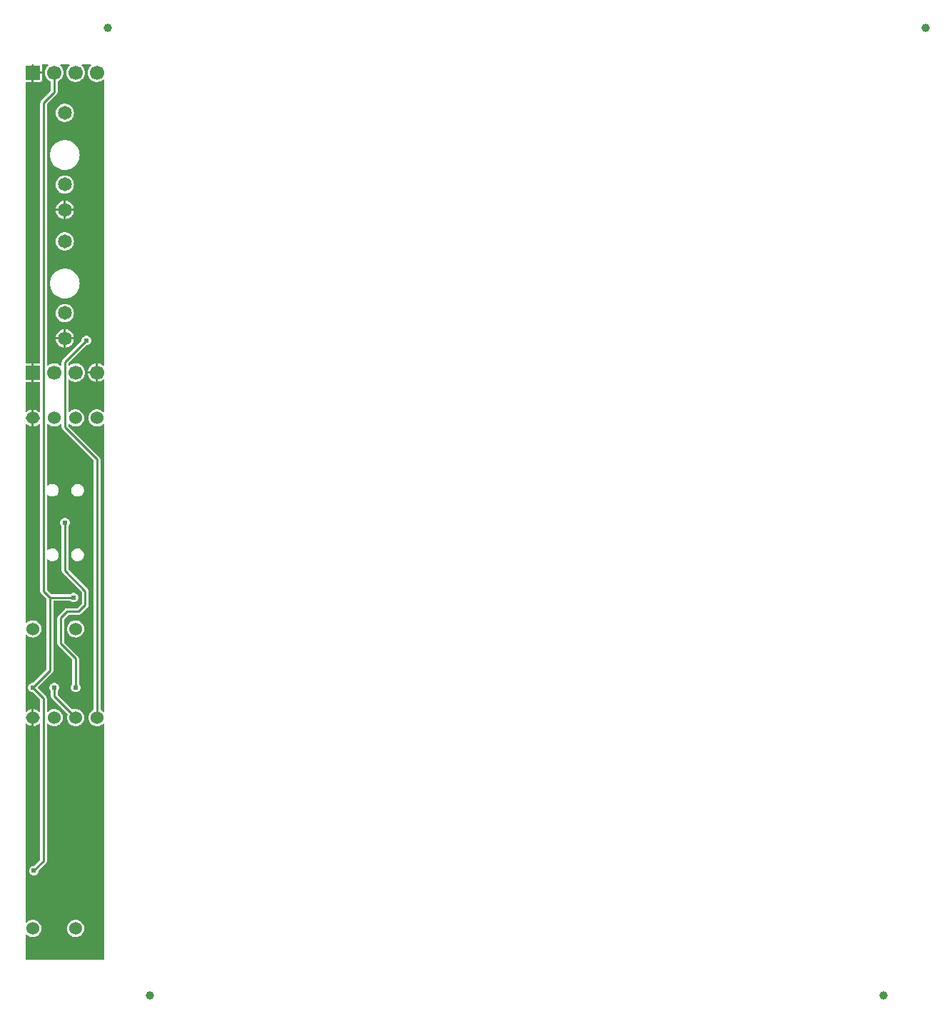
<source format=gtl>
G04 Layer: TopLayer*
G04 EasyEDA v6.5.22, 2023-04-24 22:23:56*
G04 8fb2b6a2d3ec4a02888dd8b65789e586,5a6b42c53f6a479593ecc07194224c93,10*
G04 Gerber Generator version 0.2*
G04 Scale: 100 percent, Rotated: No, Reflected: No *
G04 Dimensions in millimeters *
G04 leading zeros omitted , absolute positions ,4 integer and 5 decimal *
%FSLAX45Y45*%
%MOMM*%

%AMMACRO1*21,1,$1,$2,0,0,$3*%
%ADD10C,0.2540*%
%ADD11C,1.0000*%
%ADD12MACRO1,1.7X1.7X0.0000*%
%ADD13C,1.7000*%
%ADD14C,1.6500*%
%ADD15C,1.5240*%
%ADD16C,0.6096*%
%ADD17C,0.0179*%

%LPD*%
G36*
X955090Y4234027D02*
G01*
X951280Y4234586D01*
X947978Y4236466D01*
X936853Y4245864D01*
X925372Y4253230D01*
X920800Y4255363D01*
X917702Y4257598D01*
X915619Y4260799D01*
X914908Y4264558D01*
X914908Y7225792D01*
X914095Y7233818D01*
X911910Y7241031D01*
X908354Y7247737D01*
X903224Y7253935D01*
X536905Y7620304D01*
X534670Y7623606D01*
X533908Y7627518D01*
X533908Y7636002D01*
X534670Y7639862D01*
X536854Y7643164D01*
X540105Y7645349D01*
X543966Y7646162D01*
X547827Y7645450D01*
X551129Y7643317D01*
X556412Y7638237D01*
X567385Y7630159D01*
X579323Y7623606D01*
X592074Y7618679D01*
X605332Y7615529D01*
X618896Y7614158D01*
X632510Y7614615D01*
X645972Y7616901D01*
X658977Y7620914D01*
X671372Y7626654D01*
X682853Y7634020D01*
X693267Y7642809D01*
X702411Y7652918D01*
X710133Y7664145D01*
X716280Y7676337D01*
X720750Y7689240D01*
X723493Y7702600D01*
X724408Y7716164D01*
X723493Y7729778D01*
X720750Y7743139D01*
X716280Y7756042D01*
X710133Y7768234D01*
X702411Y7779461D01*
X693267Y7789570D01*
X682853Y7798358D01*
X671372Y7805724D01*
X658977Y7811465D01*
X645972Y7815478D01*
X632510Y7817764D01*
X618896Y7818221D01*
X605332Y7816850D01*
X592074Y7813700D01*
X579323Y7808772D01*
X567385Y7802219D01*
X556412Y7794142D01*
X551129Y7789062D01*
X547827Y7786928D01*
X543966Y7786217D01*
X540105Y7787030D01*
X536854Y7789214D01*
X534670Y7792516D01*
X533908Y7796377D01*
X533908Y8162848D01*
X534670Y8166658D01*
X536752Y8169909D01*
X539953Y8172145D01*
X543763Y8173008D01*
X547573Y8172399D01*
X550875Y8170367D01*
X553161Y8168284D01*
X564794Y8160156D01*
X577392Y8153603D01*
X590753Y8148675D01*
X604621Y8145525D01*
X618744Y8144154D01*
X632968Y8144611D01*
X646988Y8146897D01*
X660603Y8150910D01*
X673608Y8156702D01*
X685749Y8164068D01*
X696874Y8172907D01*
X706729Y8183118D01*
X715213Y8194497D01*
X722223Y8206892D01*
X727557Y8220049D01*
X731164Y8233816D01*
X732942Y8247888D01*
X732942Y8262112D01*
X731164Y8276183D01*
X727557Y8289950D01*
X722223Y8303107D01*
X715213Y8315502D01*
X706729Y8326881D01*
X696874Y8337092D01*
X685749Y8345931D01*
X673608Y8353298D01*
X660603Y8359038D01*
X646988Y8363102D01*
X632968Y8365388D01*
X618744Y8365845D01*
X604621Y8364474D01*
X590753Y8361324D01*
X577392Y8356396D01*
X564794Y8349843D01*
X553161Y8341715D01*
X550875Y8339632D01*
X547573Y8337600D01*
X543763Y8336991D01*
X539953Y8337854D01*
X536752Y8340090D01*
X534670Y8343341D01*
X533908Y8347151D01*
X533908Y8361781D01*
X534670Y8365693D01*
X536905Y8368995D01*
X744778Y8576868D01*
X747674Y8578900D01*
X751078Y8579815D01*
X759104Y8580526D01*
X768553Y8583066D01*
X777494Y8587181D01*
X785520Y8592820D01*
X792480Y8599779D01*
X798118Y8607806D01*
X802233Y8616746D01*
X804773Y8626195D01*
X805637Y8636000D01*
X804773Y8645804D01*
X802233Y8655253D01*
X798118Y8664194D01*
X792480Y8672220D01*
X785520Y8679180D01*
X777494Y8684818D01*
X768553Y8688933D01*
X759104Y8691473D01*
X749300Y8692337D01*
X739495Y8691473D01*
X730046Y8688933D01*
X721106Y8684818D01*
X713079Y8679180D01*
X706120Y8672220D01*
X700481Y8664194D01*
X696366Y8655253D01*
X693826Y8645804D01*
X693115Y8637778D01*
X692200Y8634374D01*
X690168Y8631478D01*
X468376Y8409635D01*
X463245Y8403437D01*
X459689Y8396732D01*
X457504Y8389518D01*
X456692Y8381492D01*
X456692Y8347151D01*
X455980Y8343442D01*
X453999Y8340242D01*
X450951Y8338007D01*
X447293Y8336991D01*
X443534Y8337448D01*
X440182Y8339226D01*
X431749Y8345931D01*
X419608Y8353298D01*
X406603Y8359038D01*
X392988Y8363102D01*
X378968Y8365388D01*
X364744Y8365845D01*
X350621Y8364474D01*
X336753Y8361324D01*
X323392Y8356396D01*
X310794Y8349843D01*
X299161Y8341715D01*
X296875Y8339632D01*
X293573Y8337600D01*
X289763Y8336991D01*
X285953Y8337854D01*
X282752Y8340090D01*
X280670Y8343341D01*
X279908Y8347151D01*
X279908Y11435181D01*
X280670Y11439093D01*
X282905Y11442395D01*
X395224Y11554764D01*
X400354Y11560962D01*
X403910Y11567668D01*
X406095Y11574881D01*
X406908Y11582908D01*
X406908Y11700459D01*
X407670Y11704269D01*
X409752Y11707520D01*
X412953Y11709755D01*
X419608Y11712702D01*
X431749Y11720068D01*
X442874Y11728907D01*
X452729Y11739118D01*
X461213Y11750497D01*
X468223Y11762892D01*
X473557Y11776049D01*
X477164Y11789816D01*
X478942Y11803888D01*
X478942Y11818112D01*
X477164Y11832183D01*
X473557Y11845950D01*
X468223Y11859107D01*
X461213Y11871502D01*
X452729Y11882882D01*
X439064Y11897207D01*
X437946Y11901170D01*
X438454Y11905284D01*
X440588Y11908840D01*
X443992Y11911228D01*
X448056Y11912092D01*
X542696Y11912092D01*
X546658Y11911279D01*
X550011Y11908993D01*
X552196Y11905589D01*
X552856Y11901627D01*
X551942Y11897664D01*
X549554Y11894413D01*
X542645Y11888165D01*
X533450Y11877344D01*
X525678Y11865406D01*
X519531Y11852605D01*
X515061Y11839143D01*
X512318Y11825173D01*
X511403Y11811000D01*
X512318Y11796826D01*
X515061Y11782856D01*
X519531Y11769394D01*
X525678Y11756593D01*
X533450Y11744655D01*
X542645Y11733834D01*
X553161Y11724284D01*
X564794Y11716156D01*
X577392Y11709603D01*
X590753Y11704675D01*
X604621Y11701526D01*
X618744Y11700154D01*
X632968Y11700611D01*
X646988Y11702897D01*
X660603Y11706910D01*
X673608Y11712702D01*
X685749Y11720068D01*
X696874Y11728907D01*
X706729Y11739118D01*
X715213Y11750497D01*
X722223Y11762892D01*
X727557Y11776049D01*
X731164Y11789816D01*
X732942Y11803888D01*
X732942Y11818112D01*
X731164Y11832183D01*
X727557Y11845950D01*
X722223Y11859107D01*
X715213Y11871502D01*
X706729Y11882882D01*
X693064Y11897207D01*
X691946Y11901170D01*
X692454Y11905284D01*
X694588Y11908840D01*
X697992Y11911228D01*
X702056Y11912092D01*
X796696Y11912092D01*
X800658Y11911279D01*
X804011Y11908993D01*
X806196Y11905589D01*
X806856Y11901627D01*
X805942Y11897664D01*
X803554Y11894413D01*
X796645Y11888165D01*
X787450Y11877344D01*
X779678Y11865406D01*
X773531Y11852605D01*
X769061Y11839143D01*
X766318Y11825173D01*
X765403Y11811000D01*
X766318Y11796826D01*
X769061Y11782856D01*
X773531Y11769394D01*
X779678Y11756593D01*
X787450Y11744655D01*
X796645Y11733834D01*
X807161Y11724284D01*
X818794Y11716156D01*
X831392Y11709603D01*
X844753Y11704675D01*
X858621Y11701526D01*
X872744Y11700154D01*
X886968Y11700611D01*
X900988Y11702897D01*
X914603Y11706910D01*
X927608Y11712702D01*
X939749Y11720068D01*
X948182Y11726773D01*
X951534Y11728551D01*
X955294Y11729008D01*
X958951Y11727992D01*
X961999Y11725757D01*
X963980Y11722557D01*
X964692Y11718848D01*
X964692Y8347151D01*
X963980Y8343442D01*
X961999Y8340242D01*
X958951Y8338007D01*
X955294Y8336991D01*
X951534Y8337448D01*
X948182Y8339226D01*
X939749Y8345931D01*
X927608Y8353298D01*
X914603Y8359038D01*
X900988Y8363102D01*
X889000Y8365032D01*
X889000Y8267700D01*
X954532Y8267700D01*
X958443Y8266938D01*
X961694Y8264702D01*
X963930Y8261451D01*
X964692Y8257540D01*
X964692Y8252459D01*
X963930Y8248548D01*
X961694Y8245297D01*
X958443Y8243062D01*
X954532Y8242300D01*
X889000Y8242300D01*
X889000Y8144967D01*
X900988Y8146897D01*
X914603Y8150910D01*
X927608Y8156702D01*
X939749Y8164068D01*
X948182Y8170773D01*
X951534Y8172551D01*
X955294Y8173008D01*
X958951Y8171992D01*
X961999Y8169757D01*
X963980Y8166557D01*
X964692Y8162848D01*
X964692Y7796682D01*
X963980Y7792923D01*
X961898Y7789722D01*
X958799Y7787487D01*
X955090Y7786522D01*
X951280Y7787081D01*
X947978Y7788960D01*
X936853Y7798358D01*
X925372Y7805724D01*
X912977Y7811465D01*
X899972Y7815478D01*
X886510Y7817764D01*
X872896Y7818221D01*
X859332Y7816850D01*
X846074Y7813700D01*
X833323Y7808772D01*
X821385Y7802219D01*
X810412Y7794142D01*
X800608Y7784642D01*
X792124Y7773974D01*
X785164Y7762240D01*
X779881Y7749692D01*
X776274Y7736535D01*
X774446Y7723022D01*
X774446Y7709357D01*
X776274Y7695844D01*
X779881Y7682687D01*
X785164Y7670139D01*
X792124Y7658404D01*
X800608Y7647736D01*
X810412Y7638237D01*
X821385Y7630159D01*
X833323Y7623606D01*
X846074Y7618679D01*
X859332Y7615529D01*
X872896Y7614158D01*
X886510Y7614615D01*
X899972Y7616901D01*
X912977Y7620914D01*
X925372Y7626654D01*
X936853Y7634020D01*
X947978Y7643418D01*
X951280Y7645298D01*
X955090Y7645857D01*
X958799Y7644892D01*
X961898Y7642656D01*
X963980Y7639456D01*
X964692Y7635697D01*
X964692Y4244187D01*
X963980Y4240428D01*
X961898Y4237228D01*
X958799Y4234992D01*
G37*

%LPC*%
G36*
X493522Y9701530D02*
G01*
X507644Y9702444D01*
X521563Y9705238D01*
X534974Y9709759D01*
X547725Y9716058D01*
X559511Y9723932D01*
X570128Y9733280D01*
X579475Y9743948D01*
X587349Y9755733D01*
X593648Y9768433D01*
X598220Y9781844D01*
X600964Y9795764D01*
X601878Y9809937D01*
X600964Y9824059D01*
X598220Y9837978D01*
X593648Y9851390D01*
X587349Y9864090D01*
X579475Y9875875D01*
X570128Y9886543D01*
X559511Y9895890D01*
X547725Y9903764D01*
X534974Y9910064D01*
X521563Y9914585D01*
X507644Y9917379D01*
X493522Y9918293D01*
X479348Y9917379D01*
X465480Y9914585D01*
X452018Y9910064D01*
X439318Y9903764D01*
X427532Y9895890D01*
X416864Y9886543D01*
X407517Y9875875D01*
X399643Y9864090D01*
X393395Y9851390D01*
X388823Y9837978D01*
X386029Y9824059D01*
X385114Y9809937D01*
X386029Y9795764D01*
X388823Y9781844D01*
X393395Y9768433D01*
X399643Y9755733D01*
X407517Y9743948D01*
X416864Y9733280D01*
X427532Y9723932D01*
X439318Y9716058D01*
X452018Y9709759D01*
X465480Y9705238D01*
X479348Y9702444D01*
G37*
G36*
X480822Y8552332D02*
G01*
X480822Y8647226D01*
X385978Y8647226D01*
X386029Y8645753D01*
X388823Y8631834D01*
X393395Y8618423D01*
X399643Y8605723D01*
X407517Y8593937D01*
X416864Y8583269D01*
X427532Y8573922D01*
X439318Y8566048D01*
X452018Y8559749D01*
X465480Y8555228D01*
X479348Y8552434D01*
G37*
G36*
X506222Y8552332D02*
G01*
X507644Y8552434D01*
X521563Y8555228D01*
X534974Y8559749D01*
X547725Y8566048D01*
X559511Y8573922D01*
X570128Y8583269D01*
X579475Y8593937D01*
X587349Y8605723D01*
X593648Y8618423D01*
X598220Y8631834D01*
X600964Y8645753D01*
X601065Y8647226D01*
X506222Y8647226D01*
G37*
G36*
X863600Y8145068D02*
G01*
X863600Y8242300D01*
X766216Y8242300D01*
X766318Y8240826D01*
X769061Y8226856D01*
X773531Y8213394D01*
X779678Y8200593D01*
X787450Y8188655D01*
X796645Y8177834D01*
X807161Y8168284D01*
X818794Y8160156D01*
X831392Y8153603D01*
X844753Y8148675D01*
X858621Y8145525D01*
G37*
G36*
X506222Y8672626D02*
G01*
X601065Y8672626D01*
X600964Y8674049D01*
X598220Y8687968D01*
X593648Y8701379D01*
X587349Y8714079D01*
X579475Y8725865D01*
X570128Y8736533D01*
X559511Y8745880D01*
X547725Y8753754D01*
X534974Y8760053D01*
X521563Y8764574D01*
X507644Y8767368D01*
X506222Y8767470D01*
G37*
G36*
X493522Y8851544D02*
G01*
X507644Y8852458D01*
X521563Y8855252D01*
X534974Y8859774D01*
X547725Y8866073D01*
X559511Y8873947D01*
X570128Y8883294D01*
X579475Y8893962D01*
X587349Y8905748D01*
X593648Y8918448D01*
X598220Y8931859D01*
X600964Y8945778D01*
X601878Y8959951D01*
X600964Y8974074D01*
X598220Y8987993D01*
X593648Y9001404D01*
X587349Y9014104D01*
X579475Y9025890D01*
X570128Y9036558D01*
X559511Y9045905D01*
X547725Y9053779D01*
X534974Y9060078D01*
X521563Y9064599D01*
X507644Y9067393D01*
X493522Y9068308D01*
X479348Y9067393D01*
X465480Y9064599D01*
X452018Y9060078D01*
X439318Y9053779D01*
X427532Y9045905D01*
X416864Y9036558D01*
X407517Y9025890D01*
X399643Y9014104D01*
X393395Y9001404D01*
X388823Y8987993D01*
X386029Y8974074D01*
X385114Y8959951D01*
X386029Y8945778D01*
X388823Y8931859D01*
X393395Y8918448D01*
X399643Y8905748D01*
X407517Y8893962D01*
X416864Y8883294D01*
X427532Y8873947D01*
X439318Y8866073D01*
X452018Y8859774D01*
X465480Y8855252D01*
X479348Y8852458D01*
G37*
G36*
X498043Y9134094D02*
G01*
X516128Y9135465D01*
X533908Y9138716D01*
X551332Y9143796D01*
X568096Y9150604D01*
X584047Y9159138D01*
X599084Y9169247D01*
X613003Y9180830D01*
X625652Y9193784D01*
X636879Y9208008D01*
X646582Y9223298D01*
X654710Y9239453D01*
X661060Y9256420D01*
X665683Y9273946D01*
X668477Y9291828D01*
X669391Y9309912D01*
X668477Y9327997D01*
X665683Y9345879D01*
X661060Y9363405D01*
X654710Y9380372D01*
X646582Y9396526D01*
X636879Y9411817D01*
X625652Y9426041D01*
X613003Y9438995D01*
X599084Y9450578D01*
X584047Y9460687D01*
X568096Y9469221D01*
X551332Y9476028D01*
X533908Y9481108D01*
X516128Y9484360D01*
X498043Y9485731D01*
X479958Y9485274D01*
X461975Y9482937D01*
X444347Y9478822D01*
X427278Y9472828D01*
X410870Y9465157D01*
X395325Y9455861D01*
X380847Y9444990D01*
X367538Y9432696D01*
X355600Y9419082D01*
X345084Y9404299D01*
X336194Y9388551D01*
X328930Y9371939D01*
X323443Y9354718D01*
X319735Y9336989D01*
X317855Y9318955D01*
X317855Y9300870D01*
X319735Y9282836D01*
X323443Y9265107D01*
X328930Y9247886D01*
X336194Y9231274D01*
X345084Y9215526D01*
X355600Y9200743D01*
X367538Y9187129D01*
X380847Y9174835D01*
X395325Y9163964D01*
X410870Y9154668D01*
X427278Y9146997D01*
X444347Y9141002D01*
X461975Y9136888D01*
X479958Y9134551D01*
G37*
G36*
X766216Y8267700D02*
G01*
X863600Y8267700D01*
X863600Y8364931D01*
X858621Y8364474D01*
X844753Y8361324D01*
X831392Y8356396D01*
X818794Y8349843D01*
X807161Y8341715D01*
X796645Y8332165D01*
X787450Y8321344D01*
X779678Y8309406D01*
X773531Y8296605D01*
X769061Y8283143D01*
X766318Y8269173D01*
G37*
G36*
X480822Y10076332D02*
G01*
X480822Y10171226D01*
X385978Y10171226D01*
X386029Y10169753D01*
X388823Y10155834D01*
X393395Y10142423D01*
X399643Y10129723D01*
X407517Y10117937D01*
X416864Y10107269D01*
X427532Y10097922D01*
X439318Y10090048D01*
X452018Y10083749D01*
X465480Y10079228D01*
X479348Y10076434D01*
G37*
G36*
X506222Y10076332D02*
G01*
X507644Y10076434D01*
X521563Y10079228D01*
X534974Y10083749D01*
X547725Y10090048D01*
X559511Y10097922D01*
X570128Y10107269D01*
X579475Y10117937D01*
X587349Y10129723D01*
X593648Y10142423D01*
X598220Y10155834D01*
X600964Y10169753D01*
X601065Y10171226D01*
X506222Y10171226D01*
G37*
G36*
X385978Y10196626D02*
G01*
X480822Y10196626D01*
X480822Y10291470D01*
X479348Y10291368D01*
X465480Y10288574D01*
X452018Y10284053D01*
X439318Y10277754D01*
X427532Y10269880D01*
X416864Y10260533D01*
X407517Y10249865D01*
X399643Y10238079D01*
X393395Y10225379D01*
X388823Y10211968D01*
X386029Y10198049D01*
G37*
G36*
X506222Y10196626D02*
G01*
X601065Y10196626D01*
X600964Y10198049D01*
X598220Y10211968D01*
X593648Y10225379D01*
X587349Y10238079D01*
X579475Y10249865D01*
X570128Y10260533D01*
X559511Y10269880D01*
X547725Y10277754D01*
X534974Y10284053D01*
X521563Y10288574D01*
X507644Y10291368D01*
X506222Y10291470D01*
G37*
G36*
X493522Y10375544D02*
G01*
X507644Y10376458D01*
X521563Y10379252D01*
X534974Y10383774D01*
X547725Y10390073D01*
X559511Y10397947D01*
X570128Y10407294D01*
X579475Y10417962D01*
X587349Y10429748D01*
X593648Y10442448D01*
X598220Y10455859D01*
X600964Y10469778D01*
X601878Y10483951D01*
X600964Y10498074D01*
X598220Y10511993D01*
X593648Y10525404D01*
X587349Y10538104D01*
X579475Y10549890D01*
X570128Y10560558D01*
X559511Y10569905D01*
X547725Y10577779D01*
X534974Y10584078D01*
X521563Y10588599D01*
X507644Y10591393D01*
X493522Y10592308D01*
X479348Y10591393D01*
X465480Y10588599D01*
X452018Y10584078D01*
X439318Y10577779D01*
X427532Y10569905D01*
X416864Y10560558D01*
X407517Y10549890D01*
X399643Y10538104D01*
X393395Y10525404D01*
X388823Y10511993D01*
X386029Y10498074D01*
X385114Y10483951D01*
X386029Y10469778D01*
X388823Y10455859D01*
X393395Y10442448D01*
X399643Y10429748D01*
X407517Y10417962D01*
X416864Y10407294D01*
X427532Y10397947D01*
X439318Y10390073D01*
X452018Y10383774D01*
X465480Y10379252D01*
X479348Y10376458D01*
G37*
G36*
X498043Y10658094D02*
G01*
X516128Y10659465D01*
X533908Y10662716D01*
X551332Y10667796D01*
X568096Y10674604D01*
X584047Y10683138D01*
X599084Y10693247D01*
X613003Y10704830D01*
X625652Y10717784D01*
X636879Y10732008D01*
X646582Y10747298D01*
X654710Y10763453D01*
X661060Y10780420D01*
X665683Y10797946D01*
X668477Y10815828D01*
X669391Y10833912D01*
X668477Y10851997D01*
X665683Y10869879D01*
X661060Y10887405D01*
X654710Y10904372D01*
X646582Y10920526D01*
X636879Y10935817D01*
X625652Y10950041D01*
X613003Y10962995D01*
X599084Y10974578D01*
X584047Y10984687D01*
X568096Y10993221D01*
X551332Y11000028D01*
X533908Y11005108D01*
X516128Y11008360D01*
X498043Y11009731D01*
X479958Y11009274D01*
X461975Y11006937D01*
X444347Y11002822D01*
X427278Y10996828D01*
X410870Y10989157D01*
X395325Y10979861D01*
X380847Y10968990D01*
X367538Y10956696D01*
X355600Y10943082D01*
X345084Y10928299D01*
X336194Y10912551D01*
X328930Y10895939D01*
X323443Y10878718D01*
X319735Y10860989D01*
X317855Y10842955D01*
X317855Y10824870D01*
X319735Y10806836D01*
X323443Y10789107D01*
X328930Y10771886D01*
X336194Y10755274D01*
X345084Y10739526D01*
X355600Y10724743D01*
X367538Y10711129D01*
X380847Y10698835D01*
X395325Y10687964D01*
X410870Y10678668D01*
X427278Y10670997D01*
X444347Y10665002D01*
X461975Y10660888D01*
X479958Y10658551D01*
G37*
G36*
X493522Y11225530D02*
G01*
X507644Y11226444D01*
X521563Y11229238D01*
X534974Y11233759D01*
X547725Y11240058D01*
X559511Y11247932D01*
X570128Y11257280D01*
X579475Y11267948D01*
X587349Y11279733D01*
X593648Y11292433D01*
X598220Y11305844D01*
X600964Y11319764D01*
X601878Y11333937D01*
X600964Y11348059D01*
X598220Y11361978D01*
X593648Y11375390D01*
X587349Y11388090D01*
X579475Y11399875D01*
X570128Y11410543D01*
X559511Y11419890D01*
X547725Y11427764D01*
X534974Y11434064D01*
X521563Y11438585D01*
X507644Y11441379D01*
X493522Y11442293D01*
X479348Y11441379D01*
X465480Y11438585D01*
X452018Y11434064D01*
X439318Y11427764D01*
X427532Y11419890D01*
X416864Y11410543D01*
X407517Y11399875D01*
X399643Y11388090D01*
X393395Y11375390D01*
X388823Y11361978D01*
X386029Y11348059D01*
X385114Y11333937D01*
X386029Y11319764D01*
X388823Y11305844D01*
X393395Y11292433D01*
X399643Y11279733D01*
X407517Y11267948D01*
X416864Y11257280D01*
X427532Y11247932D01*
X439318Y11240058D01*
X452018Y11233759D01*
X465480Y11229238D01*
X479348Y11226444D01*
G37*
G36*
X385978Y8672626D02*
G01*
X480822Y8672626D01*
X480822Y8767470D01*
X479348Y8767368D01*
X465480Y8764574D01*
X452018Y8760053D01*
X439318Y8753754D01*
X427532Y8745880D01*
X416864Y8736533D01*
X407517Y8725865D01*
X399643Y8714079D01*
X393395Y8701379D01*
X388823Y8687968D01*
X386029Y8674049D01*
G37*

%LPD*%
G36*
X36068Y1295908D02*
G01*
X32156Y1296670D01*
X28905Y1298905D01*
X26670Y1302156D01*
X25908Y1306068D01*
X25908Y1583537D01*
X26670Y1587398D01*
X28854Y1590649D01*
X32105Y1592884D01*
X35966Y1593697D01*
X39827Y1592986D01*
X43129Y1590852D01*
X48412Y1585722D01*
X59385Y1577644D01*
X71323Y1571091D01*
X84074Y1566214D01*
X97332Y1563014D01*
X110896Y1561693D01*
X124510Y1562150D01*
X137972Y1564386D01*
X150977Y1568450D01*
X163372Y1574190D01*
X174853Y1581505D01*
X185267Y1590294D01*
X194411Y1600454D01*
X202133Y1611680D01*
X208279Y1623822D01*
X212750Y1636725D01*
X215493Y1650085D01*
X216408Y1663700D01*
X215493Y1677314D01*
X212750Y1690674D01*
X208279Y1703578D01*
X202133Y1715719D01*
X194411Y1726946D01*
X185267Y1737106D01*
X174853Y1745894D01*
X163372Y1753209D01*
X150977Y1758950D01*
X137972Y1763014D01*
X124510Y1765249D01*
X110896Y1765706D01*
X97332Y1764385D01*
X84074Y1761185D01*
X71323Y1756308D01*
X59385Y1749755D01*
X48412Y1741678D01*
X43129Y1736547D01*
X39827Y1734413D01*
X35966Y1733702D01*
X32105Y1734515D01*
X28854Y1736750D01*
X26670Y1740001D01*
X25908Y1743862D01*
X25908Y4083507D01*
X26670Y4087368D01*
X28854Y4090670D01*
X32105Y4092854D01*
X35966Y4093667D01*
X39827Y4092956D01*
X43129Y4090822D01*
X48412Y4085742D01*
X59385Y4077665D01*
X71323Y4071112D01*
X84074Y4066184D01*
X97332Y4063034D01*
X101600Y4062577D01*
X101600Y4150969D01*
X36068Y4150969D01*
X32156Y4151782D01*
X28905Y4153966D01*
X26670Y4157268D01*
X25908Y4161129D01*
X25908Y4166209D01*
X26670Y4170121D01*
X28905Y4173423D01*
X32156Y4175607D01*
X36068Y4176369D01*
X101600Y4176369D01*
X101600Y4264812D01*
X97332Y4264355D01*
X84074Y4261205D01*
X71323Y4256278D01*
X59385Y4249724D01*
X48412Y4241647D01*
X43129Y4236567D01*
X39827Y4234434D01*
X35966Y4233722D01*
X32105Y4234535D01*
X28854Y4236720D01*
X26670Y4240022D01*
X25908Y4243882D01*
X25908Y5136032D01*
X26670Y5139893D01*
X28854Y5143144D01*
X32105Y5145379D01*
X35966Y5146192D01*
X39827Y5145481D01*
X43129Y5143347D01*
X48412Y5138216D01*
X59385Y5130139D01*
X71323Y5123586D01*
X84074Y5118709D01*
X97332Y5115509D01*
X110896Y5114188D01*
X124510Y5114645D01*
X137972Y5116880D01*
X150977Y5120944D01*
X163372Y5126685D01*
X174853Y5134000D01*
X185267Y5142788D01*
X194411Y5152948D01*
X202133Y5164175D01*
X208279Y5176316D01*
X212750Y5189220D01*
X215493Y5202580D01*
X216408Y5216194D01*
X215493Y5229809D01*
X212750Y5243169D01*
X208279Y5256072D01*
X202133Y5268214D01*
X194411Y5279440D01*
X185267Y5289600D01*
X174853Y5298389D01*
X163372Y5305704D01*
X150977Y5311444D01*
X137972Y5315508D01*
X124510Y5317744D01*
X110896Y5318201D01*
X97332Y5316880D01*
X84074Y5313680D01*
X71323Y5308803D01*
X59385Y5302250D01*
X48412Y5294172D01*
X43129Y5289042D01*
X39827Y5286908D01*
X35966Y5286197D01*
X32105Y5287010D01*
X28854Y5289245D01*
X26670Y5292496D01*
X25908Y5296357D01*
X25908Y7636002D01*
X26670Y7639862D01*
X28854Y7643164D01*
X32105Y7645349D01*
X35966Y7646162D01*
X39827Y7645450D01*
X43129Y7643317D01*
X48412Y7638237D01*
X59385Y7630159D01*
X71323Y7623606D01*
X84074Y7618679D01*
X97332Y7615529D01*
X101600Y7615072D01*
X101600Y7703464D01*
X36068Y7703464D01*
X32156Y7704277D01*
X28905Y7706461D01*
X26670Y7709763D01*
X25908Y7713624D01*
X25908Y7718704D01*
X26670Y7722616D01*
X28905Y7725918D01*
X32156Y7728102D01*
X36068Y7728864D01*
X101600Y7728864D01*
X101600Y7817307D01*
X97332Y7816850D01*
X84074Y7813700D01*
X71323Y7808772D01*
X59385Y7802219D01*
X48412Y7794142D01*
X43129Y7789062D01*
X39827Y7786928D01*
X35966Y7786217D01*
X32105Y7787030D01*
X28854Y7789214D01*
X26670Y7792516D01*
X25908Y7796377D01*
X25908Y8133943D01*
X26670Y8137804D01*
X28905Y8141106D01*
X32156Y8143341D01*
X36068Y8144103D01*
X101600Y8144103D01*
X101600Y8242300D01*
X36068Y8242300D01*
X32156Y8243062D01*
X28905Y8245297D01*
X26670Y8248548D01*
X25908Y8252459D01*
X25908Y8257540D01*
X26670Y8261451D01*
X28905Y8264702D01*
X32156Y8266938D01*
X36068Y8267700D01*
X101600Y8267700D01*
X101600Y8365896D01*
X36068Y8365896D01*
X32156Y8366658D01*
X28905Y8368893D01*
X26670Y8372195D01*
X25908Y8376056D01*
X25908Y11689943D01*
X26670Y11693804D01*
X28905Y11697106D01*
X32156Y11699341D01*
X36068Y11700103D01*
X101600Y11700103D01*
X101600Y11798300D01*
X36068Y11798300D01*
X32156Y11799062D01*
X28905Y11801297D01*
X26670Y11804548D01*
X25908Y11808460D01*
X25908Y11813540D01*
X26670Y11817451D01*
X28905Y11820702D01*
X32156Y11822938D01*
X36068Y11823700D01*
X101600Y11823700D01*
X101600Y11901932D01*
X102362Y11905843D01*
X104597Y11909094D01*
X107848Y11911330D01*
X111760Y11912092D01*
X116839Y11912092D01*
X120751Y11911330D01*
X124002Y11909094D01*
X126237Y11905843D01*
X127000Y11901932D01*
X127000Y11823700D01*
X225196Y11823700D01*
X225196Y11895429D01*
X224586Y11900814D01*
X225044Y11905030D01*
X227126Y11908688D01*
X230530Y11911228D01*
X234696Y11912092D01*
X288696Y11912092D01*
X292658Y11911279D01*
X296011Y11908993D01*
X298196Y11905589D01*
X298856Y11901627D01*
X297942Y11897664D01*
X295554Y11894413D01*
X288645Y11888165D01*
X279450Y11877344D01*
X271678Y11865406D01*
X265531Y11852605D01*
X261061Y11839143D01*
X258317Y11825173D01*
X257403Y11811000D01*
X258317Y11796826D01*
X261061Y11782856D01*
X265531Y11769394D01*
X271678Y11756593D01*
X279450Y11744655D01*
X288645Y11733834D01*
X299161Y11724284D01*
X310794Y11716156D01*
X324205Y11709247D01*
X327101Y11706961D01*
X329031Y11703812D01*
X329692Y11700205D01*
X329692Y11602618D01*
X328930Y11598706D01*
X326694Y11595404D01*
X214375Y11483035D01*
X209245Y11476837D01*
X205689Y11470132D01*
X203504Y11462918D01*
X202692Y11454892D01*
X202692Y8376056D01*
X201930Y8372195D01*
X199694Y8368893D01*
X196443Y8366658D01*
X192532Y8365896D01*
X127000Y8365896D01*
X127000Y8267700D01*
X192532Y8267700D01*
X196443Y8266938D01*
X199694Y8264702D01*
X201930Y8261451D01*
X202692Y8257540D01*
X202692Y8252459D01*
X201930Y8248548D01*
X199694Y8245297D01*
X196443Y8243062D01*
X192532Y8242300D01*
X127000Y8242300D01*
X127000Y8144103D01*
X192532Y8144103D01*
X196443Y8143341D01*
X199694Y8141106D01*
X201930Y8137804D01*
X202692Y8133943D01*
X202692Y7796682D01*
X201980Y7792923D01*
X199898Y7789722D01*
X196799Y7787487D01*
X193090Y7786522D01*
X189280Y7787081D01*
X185978Y7788960D01*
X174853Y7798358D01*
X163372Y7805724D01*
X150977Y7811465D01*
X137972Y7815478D01*
X127000Y7817358D01*
X127000Y7728864D01*
X192532Y7728864D01*
X196443Y7728102D01*
X199694Y7725918D01*
X201930Y7722616D01*
X202692Y7718704D01*
X202692Y7713624D01*
X201930Y7709763D01*
X199694Y7706461D01*
X196443Y7704277D01*
X192532Y7703464D01*
X127000Y7703464D01*
X127000Y7615021D01*
X137972Y7616901D01*
X150977Y7620914D01*
X163372Y7626654D01*
X174853Y7634020D01*
X185978Y7643418D01*
X189280Y7645298D01*
X193090Y7645857D01*
X196799Y7644892D01*
X199898Y7642656D01*
X201980Y7639456D01*
X202692Y7635697D01*
X202692Y5664708D01*
X203504Y5656681D01*
X205689Y5649468D01*
X209245Y5642762D01*
X214375Y5636564D01*
X275894Y5574995D01*
X278130Y5571693D01*
X278892Y5567781D01*
X278892Y4744618D01*
X278130Y4740706D01*
X275894Y4737404D01*
X118821Y4580331D01*
X115925Y4578299D01*
X112522Y4577384D01*
X104495Y4576673D01*
X95046Y4574133D01*
X86106Y4570018D01*
X78079Y4564380D01*
X71120Y4557420D01*
X65481Y4549394D01*
X61366Y4540453D01*
X58826Y4531004D01*
X57962Y4521200D01*
X58826Y4511395D01*
X61366Y4501946D01*
X65481Y4493006D01*
X71120Y4484979D01*
X78079Y4478020D01*
X86106Y4472381D01*
X95046Y4468266D01*
X104495Y4465726D01*
X112522Y4465015D01*
X115925Y4464100D01*
X118821Y4462068D01*
X199694Y4381195D01*
X201930Y4377893D01*
X202692Y4373981D01*
X202692Y4244187D01*
X201980Y4240428D01*
X199898Y4237228D01*
X196799Y4234992D01*
X193090Y4234027D01*
X189280Y4234586D01*
X185978Y4236466D01*
X174853Y4245864D01*
X163372Y4253230D01*
X150977Y4258970D01*
X137972Y4262983D01*
X127000Y4264863D01*
X127000Y4176369D01*
X192532Y4176369D01*
X196443Y4175607D01*
X199694Y4173423D01*
X201930Y4170121D01*
X202692Y4166209D01*
X202692Y4161129D01*
X201930Y4157268D01*
X199694Y4153966D01*
X196443Y4151782D01*
X192532Y4150969D01*
X127000Y4150969D01*
X127000Y4062526D01*
X137972Y4064406D01*
X150977Y4068419D01*
X163372Y4074160D01*
X174853Y4081526D01*
X185978Y4090924D01*
X189280Y4092803D01*
X193090Y4093362D01*
X196799Y4092397D01*
X199898Y4090162D01*
X201980Y4086961D01*
X202692Y4083202D01*
X202692Y2484018D01*
X201930Y2480106D01*
X199694Y2476804D01*
X131521Y2408631D01*
X128625Y2406599D01*
X125222Y2405684D01*
X117195Y2404973D01*
X107746Y2402433D01*
X98806Y2398318D01*
X90779Y2392680D01*
X83820Y2385720D01*
X78181Y2377694D01*
X74066Y2368753D01*
X71526Y2359304D01*
X70662Y2349500D01*
X71526Y2339695D01*
X74066Y2330246D01*
X78181Y2321306D01*
X83820Y2313279D01*
X90779Y2306320D01*
X98806Y2300681D01*
X107746Y2296566D01*
X117195Y2294026D01*
X127000Y2293162D01*
X136804Y2294026D01*
X146253Y2296566D01*
X155194Y2300681D01*
X163220Y2306320D01*
X170180Y2313279D01*
X175818Y2321306D01*
X179933Y2330246D01*
X182473Y2339695D01*
X183184Y2347722D01*
X184099Y2351125D01*
X186131Y2354021D01*
X268224Y2436164D01*
X273354Y2442362D01*
X276910Y2449068D01*
X279095Y2456281D01*
X279908Y2464308D01*
X279908Y4083507D01*
X280670Y4087368D01*
X282854Y4090670D01*
X286105Y4092854D01*
X289966Y4093667D01*
X293827Y4092956D01*
X297129Y4090822D01*
X302412Y4085742D01*
X313385Y4077665D01*
X325323Y4071112D01*
X338074Y4066184D01*
X351332Y4063034D01*
X364896Y4061663D01*
X378510Y4062120D01*
X391972Y4064406D01*
X404977Y4068419D01*
X417372Y4074160D01*
X428853Y4081526D01*
X439267Y4090314D01*
X448411Y4100423D01*
X456133Y4111650D01*
X462280Y4123842D01*
X466750Y4136745D01*
X469493Y4150106D01*
X470408Y4163669D01*
X469493Y4177284D01*
X466750Y4190644D01*
X462280Y4203547D01*
X456133Y4215739D01*
X448411Y4226966D01*
X439267Y4237075D01*
X428853Y4245864D01*
X417372Y4253230D01*
X404977Y4258970D01*
X391972Y4262983D01*
X378510Y4265269D01*
X364896Y4265726D01*
X351332Y4264355D01*
X338074Y4261205D01*
X325323Y4256278D01*
X313385Y4249724D01*
X302412Y4241647D01*
X297129Y4236567D01*
X293827Y4234434D01*
X289966Y4233722D01*
X286105Y4234535D01*
X282854Y4236720D01*
X280670Y4240022D01*
X279908Y4243882D01*
X279908Y4393692D01*
X279095Y4401718D01*
X276910Y4408932D01*
X273354Y4415637D01*
X268224Y4421835D01*
X176072Y4514037D01*
X173888Y4517288D01*
X173126Y4521200D01*
X173888Y4525111D01*
X176072Y4528362D01*
X344424Y4696764D01*
X349554Y4702962D01*
X353110Y4709668D01*
X355295Y4716881D01*
X356108Y4724908D01*
X356108Y5539232D01*
X356870Y5543143D01*
X359105Y5546394D01*
X362356Y5548630D01*
X366268Y5549392D01*
X551891Y5549392D01*
X555802Y5548630D01*
X559104Y5546394D01*
X560679Y5544820D01*
X568706Y5539181D01*
X577646Y5535066D01*
X587095Y5532526D01*
X596900Y5531662D01*
X606704Y5532526D01*
X616153Y5535066D01*
X625094Y5539181D01*
X633120Y5544820D01*
X640080Y5551779D01*
X645718Y5559806D01*
X649833Y5568746D01*
X652373Y5578195D01*
X653237Y5588000D01*
X652373Y5597804D01*
X649833Y5607253D01*
X645718Y5616194D01*
X640080Y5624220D01*
X633120Y5631180D01*
X625094Y5636818D01*
X616153Y5640933D01*
X606704Y5643473D01*
X596900Y5644337D01*
X587095Y5643473D01*
X577646Y5640933D01*
X568706Y5636818D01*
X560679Y5631180D01*
X559104Y5629605D01*
X555802Y5627370D01*
X551891Y5626608D01*
X337718Y5626608D01*
X333806Y5627370D01*
X330504Y5629605D01*
X282905Y5677204D01*
X280670Y5680506D01*
X279908Y5684418D01*
X279908Y6028486D01*
X280873Y6032855D01*
X283667Y6036360D01*
X287680Y6038342D01*
X292150Y6038443D01*
X296214Y6036564D01*
X304088Y6030569D01*
X314248Y6025032D01*
X325221Y6021120D01*
X336600Y6018885D01*
X348234Y6018428D01*
X359765Y6019800D01*
X370941Y6022848D01*
X381558Y6027623D01*
X391312Y6033922D01*
X399999Y6041644D01*
X407365Y6050635D01*
X413308Y6060592D01*
X417677Y6071362D01*
X420319Y6082690D01*
X421182Y6094272D01*
X420319Y6105855D01*
X417677Y6117183D01*
X413308Y6127953D01*
X407365Y6137910D01*
X399999Y6146901D01*
X391312Y6154623D01*
X381558Y6160922D01*
X370941Y6165697D01*
X359765Y6168745D01*
X348234Y6170117D01*
X336600Y6169660D01*
X325221Y6167424D01*
X314248Y6163513D01*
X304088Y6157976D01*
X296214Y6151981D01*
X292150Y6150102D01*
X287680Y6150203D01*
X283667Y6152184D01*
X280873Y6155690D01*
X279908Y6160058D01*
X279908Y6793941D01*
X280873Y6798309D01*
X283667Y6801866D01*
X287680Y6803847D01*
X292150Y6803898D01*
X296214Y6802069D01*
X304038Y6796074D01*
X314248Y6790537D01*
X325170Y6786625D01*
X336600Y6784390D01*
X348183Y6783933D01*
X359714Y6785305D01*
X370941Y6788353D01*
X381558Y6793128D01*
X391261Y6799427D01*
X399948Y6807149D01*
X407365Y6816140D01*
X413308Y6826097D01*
X417626Y6836867D01*
X420268Y6848195D01*
X421182Y6859778D01*
X420268Y6871360D01*
X417626Y6882688D01*
X413308Y6893458D01*
X407365Y6903415D01*
X399948Y6912406D01*
X391261Y6920128D01*
X381558Y6926427D01*
X370941Y6931202D01*
X359714Y6934250D01*
X348183Y6935622D01*
X336600Y6935165D01*
X325170Y6932930D01*
X314248Y6929018D01*
X304038Y6923481D01*
X296214Y6917486D01*
X292150Y6915658D01*
X287680Y6915708D01*
X283667Y6917690D01*
X280873Y6921246D01*
X279908Y6925614D01*
X279908Y7636002D01*
X280670Y7639862D01*
X282854Y7643164D01*
X286105Y7645349D01*
X289966Y7646162D01*
X293827Y7645450D01*
X297129Y7643317D01*
X302412Y7638237D01*
X313385Y7630159D01*
X325323Y7623606D01*
X338074Y7618679D01*
X351332Y7615529D01*
X364896Y7614158D01*
X378510Y7614615D01*
X391972Y7616901D01*
X404977Y7620914D01*
X417372Y7626654D01*
X428853Y7634020D01*
X439978Y7643418D01*
X443280Y7645298D01*
X447090Y7645857D01*
X450799Y7644892D01*
X453898Y7642656D01*
X455980Y7639456D01*
X456692Y7635697D01*
X456692Y7607808D01*
X457504Y7599781D01*
X459689Y7592568D01*
X463245Y7585862D01*
X468376Y7579664D01*
X834694Y7213295D01*
X836930Y7209993D01*
X837692Y7206081D01*
X837692Y4264710D01*
X837031Y4261154D01*
X835202Y4258056D01*
X832408Y4255770D01*
X821385Y4249724D01*
X810412Y4241647D01*
X800608Y4232148D01*
X792124Y4221480D01*
X785164Y4209745D01*
X779881Y4197197D01*
X776274Y4184040D01*
X774446Y4170527D01*
X774446Y4156862D01*
X776274Y4143349D01*
X779881Y4130192D01*
X785164Y4117644D01*
X792124Y4105910D01*
X800608Y4095242D01*
X810412Y4085742D01*
X821385Y4077665D01*
X833323Y4071112D01*
X846074Y4066184D01*
X859332Y4063034D01*
X872896Y4061663D01*
X886510Y4062120D01*
X899972Y4064406D01*
X912977Y4068419D01*
X925372Y4074160D01*
X936853Y4081526D01*
X947978Y4090924D01*
X951280Y4092803D01*
X955090Y4093362D01*
X958799Y4092397D01*
X961898Y4090162D01*
X963980Y4086961D01*
X964692Y4083202D01*
X964692Y1306068D01*
X963930Y1302156D01*
X961694Y1298905D01*
X958443Y1296670D01*
X954532Y1295908D01*
G37*

%LPC*%
G36*
X127000Y11700103D02*
G01*
X198729Y11700103D01*
X205028Y11700814D01*
X210515Y11702694D01*
X215392Y11705793D01*
X219506Y11709908D01*
X222605Y11714784D01*
X224485Y11720271D01*
X225196Y11726570D01*
X225196Y11798300D01*
X127000Y11798300D01*
G37*
G36*
X618896Y4061663D02*
G01*
X632510Y4062120D01*
X645972Y4064406D01*
X658977Y4068419D01*
X671372Y4074160D01*
X682853Y4081526D01*
X693267Y4090314D01*
X702411Y4100423D01*
X710133Y4111650D01*
X716280Y4123842D01*
X720750Y4136745D01*
X723493Y4150106D01*
X724408Y4163669D01*
X723493Y4177284D01*
X720750Y4190644D01*
X716280Y4203547D01*
X710133Y4215739D01*
X702411Y4226966D01*
X693267Y4237075D01*
X682853Y4245864D01*
X671372Y4253230D01*
X658977Y4258970D01*
X645972Y4262983D01*
X632510Y4265269D01*
X618896Y4265726D01*
X605332Y4264355D01*
X592074Y4261205D01*
X589076Y4260037D01*
X585266Y4259376D01*
X581456Y4260189D01*
X578256Y4262374D01*
X409905Y4430725D01*
X407670Y4434027D01*
X406908Y4437888D01*
X406908Y4476191D01*
X407670Y4480102D01*
X409905Y4483404D01*
X411480Y4484979D01*
X417118Y4493006D01*
X421233Y4501946D01*
X423773Y4511395D01*
X424637Y4521200D01*
X423773Y4531004D01*
X421233Y4540453D01*
X417118Y4549394D01*
X411480Y4557420D01*
X404520Y4564380D01*
X396494Y4570018D01*
X387553Y4574133D01*
X378104Y4576673D01*
X368300Y4577537D01*
X358495Y4576673D01*
X349046Y4574133D01*
X340106Y4570018D01*
X332079Y4564380D01*
X325120Y4557420D01*
X319481Y4549394D01*
X315366Y4540453D01*
X312826Y4531004D01*
X311962Y4521200D01*
X312826Y4511395D01*
X315366Y4501946D01*
X319481Y4493006D01*
X325120Y4484979D01*
X326694Y4483404D01*
X328930Y4480102D01*
X329692Y4476191D01*
X329692Y4418177D01*
X330504Y4410151D01*
X332689Y4402937D01*
X336245Y4396282D01*
X341376Y4390034D01*
X523493Y4207865D01*
X525526Y4204970D01*
X526440Y4201566D01*
X526135Y4198010D01*
X522274Y4184040D01*
X520446Y4170527D01*
X520446Y4156862D01*
X522274Y4143349D01*
X525881Y4130192D01*
X531164Y4117644D01*
X538124Y4105910D01*
X546608Y4095242D01*
X556412Y4085742D01*
X567385Y4077665D01*
X579323Y4071112D01*
X592074Y4066184D01*
X605332Y4063034D01*
G37*
G36*
X622300Y4464862D02*
G01*
X632104Y4465726D01*
X641553Y4468266D01*
X650494Y4472381D01*
X658520Y4478020D01*
X665480Y4484979D01*
X671118Y4493006D01*
X675233Y4501946D01*
X677773Y4511395D01*
X678637Y4521200D01*
X677773Y4531004D01*
X675233Y4540453D01*
X671118Y4549394D01*
X665480Y4557420D01*
X663905Y4558995D01*
X661670Y4562297D01*
X660908Y4566208D01*
X660908Y4863592D01*
X660095Y4871618D01*
X657910Y4878832D01*
X654354Y4885537D01*
X649224Y4891735D01*
X486105Y5054904D01*
X483870Y5058206D01*
X483108Y5062118D01*
X483108Y5326481D01*
X483870Y5330393D01*
X486105Y5333695D01*
X533704Y5381294D01*
X537006Y5383530D01*
X540918Y5384292D01*
X659892Y5384292D01*
X667918Y5385104D01*
X675132Y5387289D01*
X681837Y5390845D01*
X688035Y5395976D01*
X763524Y5471464D01*
X768654Y5477662D01*
X772210Y5484368D01*
X774395Y5491581D01*
X775208Y5499608D01*
X775208Y5663692D01*
X774395Y5671718D01*
X772210Y5678932D01*
X768654Y5685637D01*
X763524Y5691835D01*
X536905Y5918504D01*
X534670Y5921806D01*
X533908Y5925718D01*
X533908Y6431991D01*
X534670Y6435902D01*
X536905Y6439204D01*
X538480Y6440779D01*
X544118Y6448806D01*
X548233Y6457746D01*
X550773Y6467195D01*
X551637Y6477000D01*
X550773Y6486804D01*
X548233Y6496253D01*
X544118Y6505194D01*
X538480Y6513220D01*
X531520Y6520180D01*
X523493Y6525818D01*
X514553Y6529933D01*
X505104Y6532473D01*
X495300Y6533337D01*
X485495Y6532473D01*
X476046Y6529933D01*
X467106Y6525818D01*
X459079Y6520180D01*
X452120Y6513220D01*
X446481Y6505194D01*
X442366Y6496253D01*
X439826Y6486804D01*
X438962Y6477000D01*
X439826Y6467195D01*
X442366Y6457746D01*
X446481Y6448806D01*
X452120Y6440779D01*
X453694Y6439204D01*
X455930Y6435902D01*
X456692Y6431991D01*
X456692Y5906008D01*
X457504Y5897981D01*
X459689Y5890768D01*
X463245Y5884062D01*
X468376Y5877864D01*
X694994Y5651195D01*
X697230Y5647893D01*
X697992Y5643981D01*
X697992Y5519318D01*
X697230Y5515406D01*
X694994Y5512104D01*
X647395Y5464505D01*
X644093Y5462270D01*
X640181Y5461508D01*
X521208Y5461508D01*
X513181Y5460695D01*
X505968Y5458510D01*
X499262Y5454954D01*
X493064Y5449824D01*
X417576Y5374335D01*
X412445Y5368137D01*
X408889Y5361432D01*
X406704Y5354218D01*
X405892Y5346192D01*
X405892Y5042408D01*
X406704Y5034381D01*
X408889Y5027168D01*
X412445Y5020462D01*
X417576Y5014264D01*
X580694Y4851095D01*
X582930Y4847793D01*
X583692Y4843881D01*
X583692Y4566208D01*
X582930Y4562297D01*
X580694Y4558995D01*
X579120Y4557420D01*
X573481Y4549394D01*
X569366Y4540453D01*
X566826Y4531004D01*
X565962Y4521200D01*
X566826Y4511395D01*
X569366Y4501946D01*
X573481Y4493006D01*
X579120Y4484979D01*
X586079Y4478020D01*
X594106Y4472381D01*
X603046Y4468266D01*
X612495Y4465726D01*
G37*
G36*
X618896Y5114188D02*
G01*
X632510Y5114645D01*
X645972Y5116880D01*
X658977Y5120944D01*
X671372Y5126685D01*
X682853Y5134000D01*
X693267Y5142788D01*
X702411Y5152948D01*
X710133Y5164175D01*
X716280Y5176316D01*
X720750Y5189220D01*
X723493Y5202580D01*
X724408Y5216194D01*
X723493Y5229809D01*
X720750Y5243169D01*
X716280Y5256072D01*
X710133Y5268214D01*
X702411Y5279440D01*
X693267Y5289600D01*
X682853Y5298389D01*
X671372Y5305704D01*
X658977Y5311444D01*
X645972Y5315508D01*
X632510Y5317744D01*
X618896Y5318201D01*
X605332Y5316880D01*
X592074Y5313680D01*
X579323Y5308803D01*
X567385Y5302250D01*
X556412Y5294172D01*
X546608Y5284673D01*
X538124Y5273954D01*
X531164Y5262219D01*
X525881Y5249672D01*
X522274Y5236514D01*
X520446Y5223002D01*
X520446Y5209387D01*
X522274Y5195874D01*
X525881Y5182717D01*
X531164Y5170170D01*
X538124Y5158435D01*
X546608Y5147716D01*
X556412Y5138216D01*
X567385Y5130139D01*
X579323Y5123586D01*
X592074Y5118709D01*
X605332Y5115509D01*
G37*
G36*
X648208Y6018377D02*
G01*
X659739Y6019749D01*
X670966Y6022797D01*
X681583Y6027572D01*
X691286Y6033871D01*
X699973Y6041593D01*
X707390Y6050584D01*
X713333Y6060541D01*
X717651Y6071311D01*
X720293Y6082639D01*
X721207Y6094222D01*
X720293Y6105804D01*
X717651Y6117132D01*
X713333Y6127902D01*
X707390Y6137859D01*
X699973Y6146850D01*
X691286Y6154572D01*
X681583Y6160871D01*
X670966Y6165646D01*
X659739Y6168694D01*
X648208Y6170066D01*
X636625Y6169609D01*
X625195Y6167374D01*
X614273Y6163462D01*
X604062Y6157925D01*
X594817Y6150864D01*
X586790Y6142482D01*
X580085Y6132982D01*
X574954Y6122568D01*
X571449Y6111494D01*
X569671Y6100013D01*
X569671Y6088430D01*
X571449Y6076950D01*
X574954Y6065875D01*
X580085Y6055461D01*
X586790Y6045962D01*
X594817Y6037580D01*
X604062Y6030518D01*
X614273Y6024981D01*
X625195Y6021070D01*
X636625Y6018834D01*
G37*
G36*
X648208Y6783882D02*
G01*
X659739Y6785254D01*
X670915Y6788302D01*
X681532Y6793077D01*
X691286Y6799376D01*
X699973Y6807098D01*
X707339Y6816090D01*
X713282Y6826046D01*
X717651Y6836816D01*
X720293Y6848144D01*
X721156Y6859727D01*
X720293Y6871309D01*
X717651Y6882638D01*
X713282Y6893407D01*
X707339Y6903364D01*
X699973Y6912356D01*
X691286Y6920077D01*
X681532Y6926376D01*
X670915Y6931152D01*
X659739Y6934200D01*
X648208Y6935571D01*
X636574Y6935114D01*
X625195Y6932879D01*
X614222Y6928967D01*
X604062Y6923430D01*
X594817Y6916369D01*
X586740Y6907987D01*
X580085Y6898487D01*
X574903Y6888073D01*
X571398Y6876999D01*
X569620Y6865518D01*
X569620Y6853936D01*
X571398Y6842455D01*
X574903Y6831380D01*
X580085Y6820966D01*
X586740Y6811467D01*
X594817Y6803085D01*
X604062Y6796024D01*
X614222Y6790486D01*
X625195Y6786575D01*
X636574Y6784340D01*
G37*
G36*
X618896Y1561693D02*
G01*
X632510Y1562150D01*
X645972Y1564386D01*
X658977Y1568450D01*
X671372Y1574190D01*
X682853Y1581505D01*
X693267Y1590294D01*
X702411Y1600454D01*
X710133Y1611680D01*
X716280Y1623822D01*
X720750Y1636725D01*
X723493Y1650085D01*
X724408Y1663700D01*
X723493Y1677314D01*
X720750Y1690674D01*
X716280Y1703578D01*
X710133Y1715719D01*
X702411Y1726946D01*
X693267Y1737106D01*
X682853Y1745894D01*
X671372Y1753209D01*
X658977Y1758950D01*
X645972Y1763014D01*
X632510Y1765249D01*
X618896Y1765706D01*
X605332Y1764385D01*
X592074Y1761185D01*
X579323Y1756308D01*
X567385Y1749755D01*
X556412Y1741678D01*
X546608Y1732178D01*
X538124Y1721459D01*
X531164Y1709724D01*
X525881Y1697177D01*
X522274Y1684020D01*
X520446Y1670507D01*
X520446Y1656892D01*
X522274Y1643380D01*
X525881Y1630222D01*
X531164Y1617675D01*
X538124Y1605940D01*
X546608Y1595221D01*
X556412Y1585722D01*
X567385Y1577644D01*
X579323Y1571091D01*
X592074Y1566214D01*
X605332Y1563014D01*
G37*

%LPD*%
D10*
X317500Y4889500D02*
G01*
X317500Y5588000D01*
X241300Y5664200D01*
X241300Y11455400D01*
X368300Y11582400D01*
X368300Y11811000D01*
X596900Y5588000D02*
G01*
X317500Y5588000D01*
X114300Y4521200D02*
G01*
X317500Y4724400D01*
X317500Y4889500D01*
X114300Y4521200D02*
G01*
X241300Y4394200D01*
X241300Y2463800D01*
X127000Y2349500D01*
X368300Y4521200D02*
G01*
X368300Y4417695D01*
X622300Y4163695D01*
X622300Y4521200D02*
G01*
X622300Y4864100D01*
X444500Y5041900D01*
X444500Y5346700D01*
X520700Y5422900D01*
X660400Y5422900D01*
X736600Y5499100D01*
X736600Y5664200D01*
X495300Y5905500D01*
X495300Y6477000D01*
X876300Y4163821D02*
G01*
X876300Y7226300D01*
X495300Y7607300D01*
X495300Y8382000D01*
X749300Y8636000D01*
D11*
G01*
X999997Y12337999D03*
G01*
X10705998Y12337999D03*
G01*
X1499997Y870000D03*
G01*
X10205999Y870000D03*
D12*
G01*
X114300Y8255000D03*
D13*
G01*
X368300Y8255000D03*
G01*
X622300Y8255000D03*
G01*
X876300Y8255000D03*
D12*
G01*
X114300Y11811000D03*
D13*
G01*
X368300Y11811000D03*
G01*
X622300Y11811000D03*
G01*
X876300Y11811000D03*
D14*
G01*
X493511Y11333873D03*
G01*
X493511Y10483888D03*
G01*
X493511Y10183863D03*
G01*
X493511Y9809878D03*
G01*
X493511Y8959893D03*
G01*
X493511Y8659868D03*
D15*
G01*
X114300Y4163695D03*
G01*
X368300Y4163695D03*
G01*
X622300Y4163695D03*
G01*
X876300Y4163695D03*
G01*
X622300Y1663700D03*
G01*
X114300Y1663700D03*
G01*
X114300Y5216194D03*
G01*
X622300Y5216194D03*
G01*
X876300Y7716189D03*
G01*
X622300Y7716189D03*
G01*
X368300Y7716189D03*
G01*
X114300Y7716189D03*
D16*
G01*
X127000Y2349500D03*
G01*
X355600Y6477000D03*
G01*
X622300Y6477000D03*
G01*
X165100Y6477000D03*
G01*
X596900Y5588000D03*
G01*
X114300Y4521200D03*
G01*
X368300Y4521200D03*
G01*
X622300Y4521200D03*
G01*
X495300Y6477000D03*
G01*
X749300Y8636000D03*
M02*

</source>
